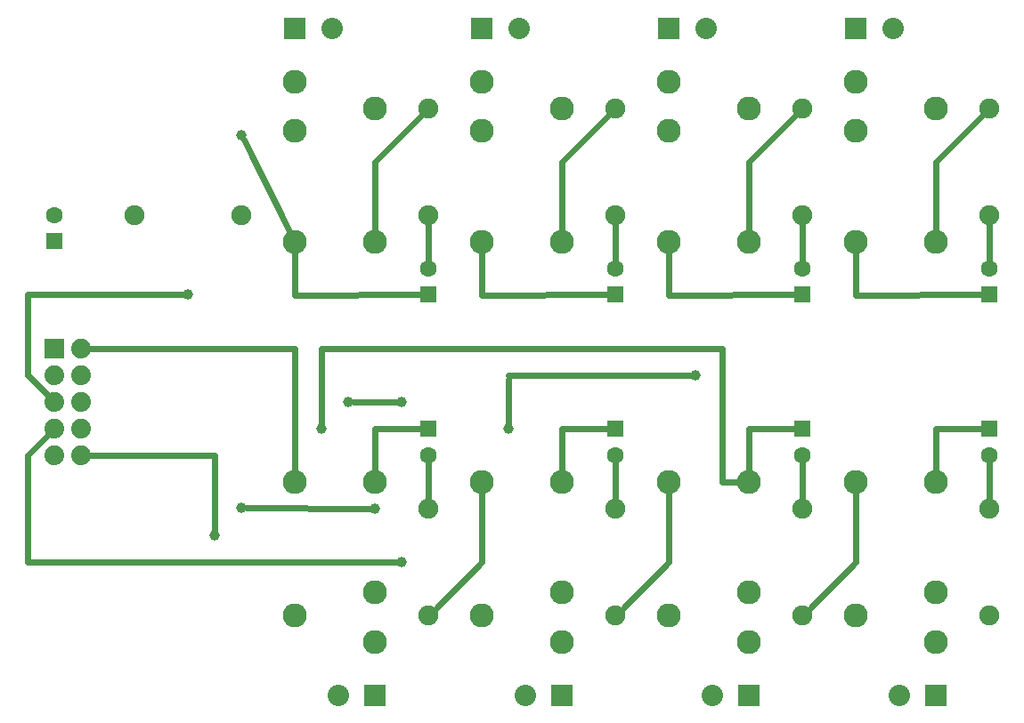
<source format=gtl>
G04 MADE WITH FRITZING*
G04 WWW.FRITZING.ORG*
G04 DOUBLE SIDED*
G04 HOLES PLATED*
G04 CONTOUR ON CENTER OF CONTOUR VECTOR*
%ASAXBY*%
%FSLAX23Y23*%
%MOIN*%
%OFA0B0*%
%SFA1.0B1.0*%
%ADD10C,0.080000*%
%ADD11C,0.062992*%
%ADD12C,0.075000*%
%ADD13C,0.039370*%
%ADD14C,0.074000*%
%ADD15C,0.090000*%
%ADD16R,0.080000X0.080000*%
%ADD17R,0.062992X0.062992*%
%ADD18R,0.074000X0.074000*%
%ADD19C,0.024000*%
%LNCOPPER1*%
G90*
G70*
G54D10*
X3161Y2742D03*
X3299Y2742D03*
X2461Y2742D03*
X2599Y2742D03*
X1761Y2742D03*
X1899Y2742D03*
X1061Y2742D03*
X1199Y2742D03*
G54D11*
X1561Y1744D03*
X1561Y1842D03*
X2261Y1744D03*
X2261Y1842D03*
X2961Y1744D03*
X2961Y1842D03*
X3661Y1744D03*
X3661Y1842D03*
X1561Y1240D03*
X1561Y1142D03*
X2261Y1240D03*
X2261Y1142D03*
X2961Y1240D03*
X2961Y1142D03*
X3661Y1240D03*
X3661Y1142D03*
G54D12*
X3661Y942D03*
X3661Y542D03*
X2961Y942D03*
X2961Y542D03*
X2261Y942D03*
X2261Y542D03*
X1561Y942D03*
X1561Y542D03*
X3661Y2442D03*
X3661Y2042D03*
X2961Y2442D03*
X2961Y2042D03*
X2261Y2442D03*
X2261Y2042D03*
X1561Y2442D03*
X1561Y2042D03*
G54D10*
X3461Y242D03*
X3324Y242D03*
X2761Y242D03*
X2624Y242D03*
X2061Y242D03*
X1924Y242D03*
X1361Y242D03*
X1224Y242D03*
G54D13*
X861Y2341D03*
X861Y943D03*
G54D12*
X861Y2042D03*
X461Y2042D03*
G54D11*
X161Y1944D03*
X161Y2042D03*
G54D14*
X261Y1542D03*
X261Y1442D03*
X261Y1342D03*
X261Y1242D03*
X261Y1142D03*
X161Y1542D03*
X161Y1442D03*
X161Y1342D03*
X161Y1242D03*
X161Y1142D03*
G54D15*
X1361Y2442D03*
X1061Y1942D03*
X1361Y1942D03*
X1061Y2542D03*
X1061Y2357D03*
X1361Y2442D03*
X1061Y1942D03*
X1361Y1942D03*
X1061Y2542D03*
X1061Y2357D03*
X2061Y2442D03*
X1761Y1942D03*
X2061Y1942D03*
X1761Y2542D03*
X1761Y2357D03*
X2061Y2442D03*
X1761Y1942D03*
X2061Y1942D03*
X1761Y2542D03*
X1761Y2357D03*
X3461Y2442D03*
X3161Y1942D03*
X3461Y1942D03*
X3161Y2542D03*
X3161Y2357D03*
X3461Y2442D03*
X3161Y1942D03*
X3461Y1942D03*
X3161Y2542D03*
X3161Y2357D03*
X1061Y542D03*
X1361Y1042D03*
X1061Y1042D03*
X1361Y442D03*
X1361Y627D03*
X1061Y542D03*
X1361Y1042D03*
X1061Y1042D03*
X1361Y442D03*
X1361Y627D03*
X1761Y542D03*
X2061Y1042D03*
X1761Y1042D03*
X2061Y442D03*
X2061Y627D03*
X1761Y542D03*
X2061Y1042D03*
X1761Y1042D03*
X2061Y442D03*
X2061Y627D03*
X2461Y542D03*
X2761Y1042D03*
X2461Y1042D03*
X2761Y442D03*
X2761Y627D03*
X2461Y542D03*
X2761Y1042D03*
X2461Y1042D03*
X2761Y442D03*
X2761Y627D03*
X3161Y542D03*
X3461Y1042D03*
X3161Y1042D03*
X3461Y442D03*
X3461Y627D03*
X3161Y542D03*
X3461Y1042D03*
X3161Y1042D03*
X3461Y442D03*
X3461Y627D03*
G54D13*
X660Y1743D03*
G54D15*
X2761Y2442D03*
X2461Y1942D03*
X2761Y1942D03*
X2461Y2542D03*
X2461Y2357D03*
X2761Y2442D03*
X2461Y1942D03*
X2761Y1942D03*
X2461Y2542D03*
X2461Y2357D03*
G54D13*
X1261Y1342D03*
X1461Y1342D03*
X1461Y742D03*
X1161Y1242D03*
X761Y842D03*
X1361Y942D03*
X1861Y1242D03*
X2561Y1442D03*
G54D16*
X3161Y2742D03*
X2461Y2742D03*
X1761Y2742D03*
X1061Y2742D03*
G54D17*
X1561Y1744D03*
X2261Y1744D03*
X2961Y1744D03*
X3661Y1744D03*
X1561Y1240D03*
X2261Y1240D03*
X2961Y1240D03*
X3661Y1240D03*
G54D16*
X3461Y242D03*
X2761Y242D03*
X2061Y242D03*
X1361Y242D03*
G54D17*
X161Y1944D03*
G54D18*
X161Y1542D03*
G54D19*
X1045Y1975D02*
X870Y2324D01*
D02*
X641Y1743D02*
X60Y1743D01*
D02*
X60Y1743D02*
X60Y1441D01*
D02*
X60Y1441D02*
X139Y1364D01*
D02*
X3634Y1744D02*
X3161Y1742D01*
D02*
X3161Y1742D02*
X3161Y1905D01*
D02*
X3661Y1869D02*
X3661Y2013D01*
D02*
X3461Y2242D02*
X3641Y2422D01*
D02*
X3461Y1979D02*
X3461Y2242D01*
D02*
X2961Y1869D02*
X2961Y2013D01*
D02*
X2941Y2422D02*
X2761Y2242D01*
D02*
X2761Y2242D02*
X2761Y1979D01*
D02*
X2061Y2242D02*
X2241Y2422D01*
D02*
X2061Y1979D02*
X2061Y2242D01*
D02*
X1361Y2242D02*
X1361Y1979D01*
D02*
X1541Y2422D02*
X1361Y2242D01*
D02*
X2934Y1744D02*
X2461Y1742D01*
D02*
X2461Y1742D02*
X2461Y1905D01*
D02*
X2261Y1869D02*
X2261Y2013D01*
D02*
X2234Y1744D02*
X1761Y1742D01*
D02*
X1761Y1742D02*
X1761Y1905D01*
D02*
X1561Y1869D02*
X1561Y2013D01*
D02*
X1534Y1744D02*
X1061Y1742D01*
D02*
X1061Y1742D02*
X1061Y1905D01*
D02*
X3661Y1115D02*
X3661Y971D01*
D02*
X3634Y1241D02*
X3461Y1242D01*
D02*
X3461Y1242D02*
X3461Y1079D01*
D02*
X2934Y1241D02*
X2761Y1242D01*
D02*
X2761Y1242D02*
X2761Y1079D01*
D02*
X2961Y1115D02*
X2961Y971D01*
D02*
X3161Y742D02*
X2982Y562D01*
D02*
X3161Y1005D02*
X3161Y742D01*
D02*
X2282Y562D02*
X2461Y742D01*
D02*
X2461Y742D02*
X2461Y1005D01*
D02*
X2261Y1115D02*
X2261Y971D01*
D02*
X2234Y1241D02*
X2061Y1242D01*
D02*
X2061Y1242D02*
X2061Y1079D01*
D02*
X1582Y562D02*
X1761Y742D01*
D02*
X1761Y742D02*
X1761Y1005D01*
D02*
X1561Y1115D02*
X1561Y971D01*
D02*
X1061Y1542D02*
X1061Y1079D01*
D02*
X292Y1542D02*
X1061Y1542D01*
D02*
X1280Y1342D02*
X1442Y1342D01*
D02*
X61Y742D02*
X1442Y742D01*
D02*
X61Y1142D02*
X61Y742D01*
D02*
X139Y1220D02*
X61Y1142D01*
D02*
X1161Y1542D02*
X2661Y1542D01*
D02*
X2661Y1542D02*
X2661Y1042D01*
D02*
X1161Y1261D02*
X1161Y1542D01*
D02*
X2661Y1042D02*
X2725Y1042D01*
D02*
X1361Y1242D02*
X1534Y1241D01*
D02*
X1361Y1079D02*
X1361Y1242D01*
D02*
X292Y1142D02*
X761Y1142D01*
D02*
X761Y1142D02*
X761Y861D01*
D02*
X880Y943D02*
X1342Y942D01*
D02*
X1861Y1442D02*
X2542Y1442D01*
D02*
X1861Y1261D02*
X1861Y1423D01*
G04 End of Copper1*
M02*
</source>
